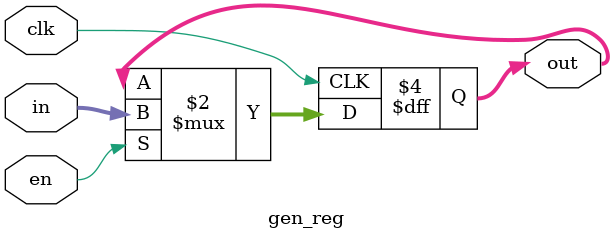
<source format=v>
`timescale 1ns / 1ps

(* DONT_TOUCH = "TRUE" *)
module gen_reg(
    input en,
    input clk,
    output reg [31:0]out,
    input [31:0]in
    );
    
    always @(posedge clk)begin
        if(en)
            out <= in;

    end
    
    
endmodule

</source>
